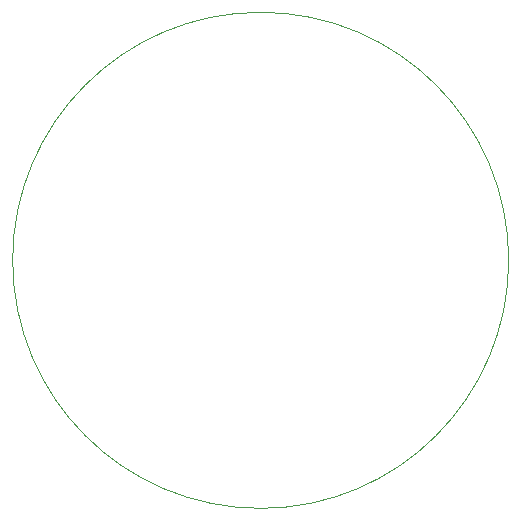
<source format=gbr>
%TF.GenerationSoftware,KiCad,Pcbnew,6.0.1-79c1e3a40b~116~ubuntu21.10.1*%
%TF.CreationDate,2022-03-03T18:49:24-07:00*%
%TF.ProjectId,MotorSpeedController,4d6f746f-7253-4706-9565-64436f6e7472,rev?*%
%TF.SameCoordinates,Original*%
%TF.FileFunction,Profile,NP*%
%FSLAX46Y46*%
G04 Gerber Fmt 4.6, Leading zero omitted, Abs format (unit mm)*
G04 Created by KiCad (PCBNEW 6.0.1-79c1e3a40b~116~ubuntu21.10.1) date 2022-03-03 18:49:24*
%MOMM*%
%LPD*%
G01*
G04 APERTURE LIST*
%TA.AperFunction,Profile*%
%ADD10C,0.038100*%
%TD*%
G04 APERTURE END LIST*
D10*
X135300000Y-88900000D02*
G75*
G03*
X135300000Y-88900000I-21000000J0D01*
G01*
M02*

</source>
